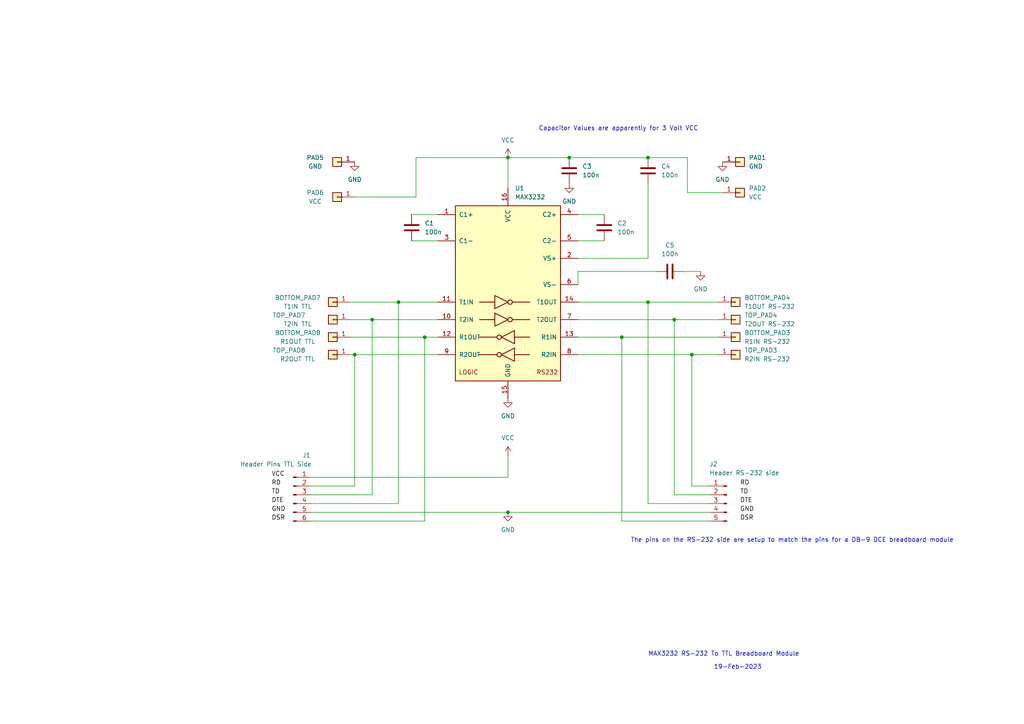
<source format=kicad_sch>
(kicad_sch (version 20211123) (generator eeschema)
  (paper "A4")
  (lib_symbols
    (symbol "Connector:Conn_01x05_Male" (pin_names (offset 1.016) hide)
      (property "Reference" "J" (at 0 7.62 0))
      (property "Value" "Conn_01x05_Male" (at 0 -7.62 0))
      (symbol "Conn_01x05_Male_1_1"
        (polyline (pts (xy 1.27 -5.08) (xy 0.8636 -5.08)) (stroke (width 0.1524)))
        (polyline (pts (xy 1.27 -2.54) (xy 0.8636 -2.54)) (stroke (width 0.1524)))
        (polyline (pts (xy 1.27 0) (xy 0.8636 0)) (stroke (width 0.1524)))
        (polyline (pts (xy 1.27 2.54) (xy 0.8636 2.54)) (stroke (width 0.1524)))
        (polyline (pts (xy 1.27 5.08) (xy 0.8636 5.08)) (stroke (width 0.1524)))
        (rectangle (start 0.8636 -4.953) (end 0 -5.207) (stroke (width 0.1524)) (fill (type outline)))
        (rectangle (start 0.8636 -2.413) (end 0 -2.667) (stroke (width 0.1524)) (fill (type outline)))
        (rectangle (start 0.8636 0.127) (end 0 -0.127) (stroke (width 0.1524)) (fill (type outline)))
        (rectangle (start 0.8636 2.667) (end 0 2.413) (stroke (width 0.1524)) (fill (type outline)))
        (rectangle (start 0.8636 5.207) (end 0 4.953) (stroke (width 0.1524)) (fill (type outline)))
        (pin passive line (at 5.08 5.08 180) (length 3.81) (name "Pin_1") (number "1"))
        (pin passive line (at 5.08 2.54 180) (length 3.81) (name "Pin_2") (number "2"))
        (pin passive line (at 5.08 0 180) (length 3.81) (name "Pin_3") (number "3"))
        (pin passive line (at 5.08 -2.54 180) (length 3.81) (name "Pin_4") (number "4"))
        (pin passive line (at 5.08 -5.08 180) (length 3.81) (name "Pin_5") (number "5"))
      )
    )
    (symbol "Connector:Conn_01x06_Male" (pin_names (offset 1.016) hide)
      (property "Reference" "J" (at 0 7.62 0))
      (property "Value" "Conn_01x06_Male" (at 0 -10.16 0))
      (symbol "Conn_01x06_Male_1_1"
        (polyline (pts (xy 1.27 -7.62) (xy 0.8636 -7.62)) (stroke (width 0.1524)))
        (polyline (pts (xy 1.27 -5.08) (xy 0.8636 -5.08)) (stroke (width 0.1524)))
        (polyline (pts (xy 1.27 -2.54) (xy 0.8636 -2.54)) (stroke (width 0.1524)))
        (polyline (pts (xy 1.27 0) (xy 0.8636 0)) (stroke (width 0.1524)))
        (polyline (pts (xy 1.27 2.54) (xy 0.8636 2.54)) (stroke (width 0.1524)))
        (polyline (pts (xy 1.27 5.08) (xy 0.8636 5.08)) (stroke (width 0.1524)))
        (rectangle (start 0.8636 -7.493) (end 0 -7.747) (stroke (width 0.1524)) (fill (type outline)))
        (rectangle (start 0.8636 -4.953) (end 0 -5.207) (stroke (width 0.1524)) (fill (type outline)))
        (rectangle (start 0.8636 -2.413) (end 0 -2.667) (stroke (width 0.1524)) (fill (type outline)))
        (rectangle (start 0.8636 0.127) (end 0 -0.127) (stroke (width 0.1524)) (fill (type outline)))
        (rectangle (start 0.8636 2.667) (end 0 2.413) (stroke (width 0.1524)) (fill (type outline)))
        (rectangle (start 0.8636 5.207) (end 0 4.953) (stroke (width 0.1524)) (fill (type outline)))
        (pin passive line (at 5.08 5.08 180) (length 3.81) (name "Pin_1") (number "1"))
        (pin passive line (at 5.08 2.54 180) (length 3.81) (name "Pin_2") (number "2"))
        (pin passive line (at 5.08 0 180) (length 3.81) (name "Pin_3") (number "3"))
        (pin passive line (at 5.08 -2.54 180) (length 3.81) (name "Pin_4") (number "4"))
        (pin passive line (at 5.08 -5.08 180) (length 3.81) (name "Pin_5") (number "5"))
        (pin passive line (at 5.08 -7.62 180) (length 3.81) (name "Pin_6") (number "6"))
      )
    )
    (symbol "Connector_Generic:Conn_01x01" (pin_names (offset 1.016) hide)
      (property "Reference" "J" (at 0 2.54 0))
      (property "Value" "Conn_01x01" (at 0 -2.54 0))
      (symbol "Conn_01x01_1_1"
        (rectangle (start -1.27 0.127) (end 0 -0.127) (stroke (width 0.1524)))
        (rectangle (start -1.27 1.27) (end 1.27 -1.27) (stroke (width 0.254)) (fill (type background)))
        (pin passive line (at -5.08 0 0) (length 3.81) (name "Pin_1") (number "1"))
      )
    )
    (symbol "Device:C" (pin_numbers hide) (pin_names (offset 0.254))
      (property "Reference" "C" (at 0.635 2.54 0))
      (property "Value" "C" (at 0.635 -2.54 0))
      (symbol "C_0_1"
        (polyline (pts (xy -2.032 -0.762) (xy 2.032 -0.762)) (stroke (width 0.508)))
        (polyline (pts (xy -2.032 0.762) (xy 2.032 0.762)) (stroke (width 0.508)))
      )
      (symbol "C_1_1"
        (pin passive line (at 0 3.81 270) (length 2.794) (name "~") (number "1"))
        (pin passive line (at 0 -3.81 90) (length 2.794) (name "~") (number "2"))
      )
    )
    (symbol "Interface_UART:MAX3232" (pin_names (offset 1.016))
      (property "Reference" "U" (at -2.54 28.575 0))
      (property "Value" "MAX3232" (at -2.54 26.67 0))
      (symbol "MAX3232_0_0"
        (text "LOGIC" (at -11.43 -22.86 0) (effects (font (size 1.27 1.27))))
        (text "RS232" (at 11.43 -22.86 0) (effects (font (size 1.27 1.27))))
      )
      (symbol "MAX3232_0_1"
        (rectangle (start -15.24 -25.4) (end 15.24 25.4) (stroke (width 0.254)) (fill (type background)))
        (circle (center -2.54 -17.78) (radius 0.635) (stroke (width 0.254)))
        (circle (center -2.54 -12.7) (radius 0.635) (stroke (width 0.254)))
        (polyline (pts (xy -3.81 -7.62) (xy -8.255 -7.62)) (stroke (width 0.254)))
        (polyline (pts (xy -3.81 -2.54) (xy -8.255 -2.54)) (stroke (width 0.254)))
        (polyline (pts (xy -3.175 -17.78) (xy -8.255 -17.78)) (stroke (width 0.254)))
        (polyline (pts (xy -3.175 -12.7) (xy -8.255 -12.7)) (stroke (width 0.254)))
        (polyline (pts (xy 1.27 -7.62) (xy 6.35 -7.62)) (stroke (width 0.254)))
        (polyline (pts (xy 1.27 -2.54) (xy 6.35 -2.54)) (stroke (width 0.254)))
        (polyline (pts (xy 1.905 -17.78) (xy 6.35 -17.78)) (stroke (width 0.254)))
        (polyline (pts (xy 1.905 -12.7) (xy 6.35 -12.7)) (stroke (width 0.254)))
        (polyline (pts (xy -3.81 -5.715) (xy -3.81 -9.525) (xy 0 -7.62) (xy -3.81 -5.715)) (stroke (width 0.254)))
        (polyline (pts (xy -3.81 -0.635) (xy -3.81 -4.445) (xy 0 -2.54) (xy -3.81 -0.635)) (stroke (width 0.254)))
        (polyline (pts (xy 1.905 -15.875) (xy 1.905 -19.685) (xy -1.905 -17.78) (xy 1.905 -15.875)) (stroke (width 0.254)))
        (polyline (pts (xy 1.905 -10.795) (xy 1.905 -14.605) (xy -1.905 -12.7) (xy 1.905 -10.795)) (stroke (width 0.254)))
        (circle (center 0.635 -7.62) (radius 0.635) (stroke (width 0.254)))
        (circle (center 0.635 -2.54) (radius 0.635) (stroke (width 0.254)))
      )
      (symbol "MAX3232_1_1"
        (pin passive line (at -20.32 22.86 0) (length 5.08) (name "C1+") (number "1"))
        (pin input line (at -20.32 -7.62 0) (length 5.08) (name "T2IN") (number "10"))
        (pin input line (at -20.32 -2.54 0) (length 5.08) (name "T1IN") (number "11"))
        (pin output line (at -20.32 -12.7 0) (length 5.08) (name "R1OUT") (number "12"))
        (pin input line (at 20.32 -12.7 180) (length 5.08) (name "R1IN") (number "13"))
        (pin output line (at 20.32 -2.54 180) (length 5.08) (name "T1OUT") (number "14"))
        (pin power_in line (at 0 -30.48 90) (length 5.08) (name "GND") (number "15"))
        (pin power_in line (at 0 30.48 270) (length 5.08) (name "VCC") (number "16"))
        (pin power_out line (at 20.32 10.16 180) (length 5.08) (name "VS+") (number "2"))
        (pin passive line (at -20.32 15.24 0) (length 5.08) (name "C1-") (number "3"))
        (pin passive line (at 20.32 22.86 180) (length 5.08) (name "C2+") (number "4"))
        (pin passive line (at 20.32 15.24 180) (length 5.08) (name "C2-") (number "5"))
        (pin power_out line (at 20.32 2.54 180) (length 5.08) (name "VS-") (number "6"))
        (pin output line (at 20.32 -7.62 180) (length 5.08) (name "T2OUT") (number "7"))
        (pin input line (at 20.32 -17.78 180) (length 5.08) (name "R2IN") (number "8"))
        (pin output line (at -20.32 -17.78 0) (length 5.08) (name "R2OUT") (number "9"))
      )
    )
    (symbol "power:GND" (power) (pin_names (offset 0))
      (property "Value" "GND" (at 0 -3.81 0))
      (symbol "GND_0_1"
        (polyline (pts (xy 0 0) (xy 0 -1.27) (xy 1.27 -1.27) (xy 0 -2.54) (xy -1.27 -1.27) (xy 0 -1.27)))
      )
      (symbol "GND_1_1"
        (pin power_in line (at 0 0 270) (length 0) hide (name "GND") (number "1"))
      )
    )
    (symbol "power:VCC" (power) (pin_names (offset 0))
      (property "Value" "VCC" (at 0 3.81 0))
      (symbol "VCC_0_1"
        (polyline (pts (xy -0.762 1.27) (xy 0 2.54)))
        (polyline (pts (xy 0 0) (xy 0 2.54)))
        (polyline (pts (xy 0 2.54) (xy 0.762 1.27)))
      )
      (symbol "VCC_1_1"
        (pin power_in line (at 0 0 90) (length 0) hide (name "VCC") (number "1"))
      )
    )
  )
  (junction (at 165.1 45.72))
  (junction (at 195.58 92.71))
  (junction (at 180.34 97.79))
  (junction (at 187.96 45.72))
  (junction (at 115.57 87.63))
  (junction (at 147.32 148.59))
  (junction (at 102.87 102.87))
  (junction (at 187.96 87.63))
  (junction (at 107.95 92.71))
  (junction (at 123.19 97.79))
  (junction (at 147.32 45.72))
  (junction (at 200.66 102.87))
  (wire (pts (xy 147.32 148.59) (xy 205.74 148.59)))
  (wire (pts (xy 102.87 140.97) (xy 102.87 102.87)))
  (wire (pts (xy 147.32 45.72) (xy 165.1 45.72)))
  (wire (pts (xy 102.87 102.87) (xy 127 102.87)))
  (wire (pts (xy 195.58 143.51) (xy 195.58 92.71)))
  (wire (pts (xy 147.32 54.61) (xy 147.32 45.72)))
  (wire (pts (xy 167.64 87.63) (xy 187.96 87.63)))
  (wire (pts (xy 101.6 92.71) (xy 107.95 92.71)))
  (wire (pts (xy 90.17 138.43) (xy 147.32 138.43)))
  (wire (pts (xy 195.58 92.71) (xy 208.28 92.71)))
  (wire (pts (xy 167.64 82.55) (xy 167.64 78.74)))
  (wire (pts (xy 205.74 151.13) (xy 180.34 151.13)))
  (wire (pts (xy 180.34 97.79) (xy 208.28 97.79)))
  (wire (pts (xy 187.96 87.63) (xy 208.28 87.63)))
  (wire (pts (xy 115.57 146.05) (xy 115.57 87.63)))
  (wire (pts (xy 205.74 146.05) (xy 187.96 146.05)))
  (wire (pts (xy 107.95 92.71) (xy 127 92.71)))
  (wire (pts (xy 115.57 87.63) (xy 127 87.63)))
  (wire (pts (xy 199.39 55.88) (xy 199.39 45.72)))
  (wire (pts (xy 119.38 69.85) (xy 127 69.85)))
  (wire (pts (xy 167.64 97.79) (xy 180.34 97.79)))
  (wire (pts (xy 90.17 143.51) (xy 107.95 143.51)))
  (wire (pts (xy 199.39 45.72) (xy 187.96 45.72)))
  (wire (pts (xy 187.96 74.93) (xy 187.96 53.34)))
  (wire (pts (xy 101.6 97.79) (xy 123.19 97.79)))
  (wire (pts (xy 101.6 102.87) (xy 102.87 102.87)))
  (wire (pts (xy 167.64 74.93) (xy 187.96 74.93)))
  (wire (pts (xy 90.17 146.05) (xy 115.57 146.05)))
  (wire (pts (xy 167.64 92.71) (xy 195.58 92.71)))
  (wire (pts (xy 200.66 102.87) (xy 208.28 102.87)))
  (wire (pts (xy 120.65 45.72) (xy 147.32 45.72)))
  (wire (pts (xy 198.12 78.74) (xy 203.2 78.74)))
  (wire (pts (xy 200.66 140.97) (xy 200.66 102.87)))
  (wire (pts (xy 90.17 148.59) (xy 147.32 148.59)))
  (wire (pts (xy 107.95 143.51) (xy 107.95 92.71)))
  (wire (pts (xy 205.74 140.97) (xy 200.66 140.97)))
  (wire (pts (xy 209.55 55.88) (xy 199.39 55.88)))
  (wire (pts (xy 123.19 97.79) (xy 127 97.79)))
  (wire (pts (xy 101.6 87.63) (xy 115.57 87.63)))
  (wire (pts (xy 90.17 151.13) (xy 123.19 151.13)))
  (wire (pts (xy 123.19 151.13) (xy 123.19 97.79)))
  (wire (pts (xy 187.96 146.05) (xy 187.96 87.63)))
  (wire (pts (xy 167.64 78.74) (xy 190.5 78.74)))
  (wire (pts (xy 120.65 57.15) (xy 120.65 45.72)))
  (wire (pts (xy 205.74 143.51) (xy 195.58 143.51)))
  (wire (pts (xy 167.64 62.23) (xy 175.26 62.23)))
  (wire (pts (xy 167.64 69.85) (xy 175.26 69.85)))
  (wire (pts (xy 147.32 132.08) (xy 147.32 138.43)))
  (wire (pts (xy 90.17 140.97) (xy 102.87 140.97)))
  (wire (pts (xy 180.34 151.13) (xy 180.34 97.79)))
  (wire (pts (xy 119.38 62.23) (xy 127 62.23)))
  (wire (pts (xy 167.64 102.87) (xy 200.66 102.87)))
  (wire (pts (xy 102.87 57.15) (xy 120.65 57.15)))
  (wire (pts (xy 165.1 45.72) (xy 187.96 45.72)))
  (text "The pins on the RS-232 side are setup to match the pins for a DB-9 DCE breadboard module" (at 182.88 157.48 0) (effects (font (size 1.27 1.27)) (justify left bottom)))
  (text "MAX3232 RS-232 To TTL Breadboard Module" (at 187.96 190.5 0) (effects (font (size 1.27 1.27)) (justify left bottom)))
  (text "Capacitor Values are apparently for 3 Volt VCC" (at 156.21 38.1 0) (effects (font (size 1.27 1.27)) (justify left bottom)))
  (text "19-Feb-2023" (at 207.01 194.31 0) (effects (font (size 1.27 1.27)) (justify left bottom)))
  (label "TD" (at 214.63 143.51 0))
  (label "TD" (at 78.74 143.51 0))
  (label "GND" (at 214.63 148.59 0))
  (label "GND" (at 78.74 148.59 0))
  (label "RD" (at 214.63 140.97 0))
  (label "DSR" (at 214.63 151.13 0))
  (label "RD" (at 78.74 140.97 0))
  (label "DTE" (at 214.63 146.05 0))
  (label "DTE" (at 78.74 146.05 0))
  (label "VCC" (at 78.74 138.43 0))
  (label "DSR" (at 78.74 151.13 0))
  (symbol (lib_id "Connector_Generic:Conn_01x01") (at 213.36 87.63 0) (unit 1)
    (property "Reference" "BOTTOM_PAD4" (at 215.9 86.3599 0) (effects (justify left)))
    (property "Value" "T1OUT RS-232" (at 215.9 88.8999 0) (effects (justify left)))
  )
  (symbol (lib_id "Connector_Generic:Conn_01x01") (at 96.52 92.71 0) (mirror y) (unit 1)
    (property "Reference" "TOP_PAD7" (at 83.82 91.44 0))
    (property "Value" "T2IN TTL" (at 86.36 93.98 0))
  )
  (symbol (lib_id "Connector_Generic:Conn_01x01") (at 214.63 55.88 0) (unit 1)
    (property "Reference" "PAD2" (at 217.17 54.6099 0) (effects (justify left)))
    (property "Value" "VCC" (at 217.17 57.1499 0) (effects (justify left)))
  )
  (symbol (lib_id "Device:C") (at 194.31 78.74 270) (unit 1)
    (property "Reference" "C5" (at 194.31 71.12 90))
    (property "Value" "100n" (at 194.31 73.66 90))
  )
  (symbol (lib_id "power:GND") (at 209.55 46.99 0) (unit 1)
    (property "Reference" "#PWR0104" (effects hide))
    (property "Value" "GND" (at 209.55 52.07 0))
  )
  (symbol (lib_id "Connector_Generic:Conn_01x01") (at 97.79 46.99 0) (mirror y) (unit 1)
    (property "Reference" "PAD5" (at 91.44 45.72 0))
    (property "Value" "GND" (at 91.44 48.26 0))
  )
  (symbol (lib_id "power:VCC") (at 147.32 45.72 0) (unit 1)
    (property "Reference" "#PWR0105" (effects hide))
    (property "Value" "VCC" (at 147.32 40.64 0))
  )
  (symbol (lib_id "Connector_Generic:Conn_01x01") (at 214.63 46.99 0) (unit 1)
    (property "Reference" "PAD1" (at 217.17 45.7199 0) (effects (justify left)))
    (property "Value" "GND" (at 217.17 48.2599 0) (effects (justify left)))
  )
  (symbol (lib_id "power:GND") (at 203.2 78.74 0) (unit 1)
    (property "Reference" "#PWR0103" (effects hide))
    (property "Value" "GND" (at 203.2 83.82 0))
  )
  (symbol (lib_id "Device:C") (at 119.38 66.04 0) (unit 1)
    (property "Reference" "C1" (at 123.19 64.7699 0) (effects (justify left)))
    (property "Value" "100n" (at 123.19 67.3099 0) (effects (justify left)))
  )
  (symbol (lib_id "Connector_Generic:Conn_01x01") (at 213.36 102.87 0) (unit 1)
    (property "Reference" "TOP_PAD3" (at 215.9 101.5999 0) (effects (justify left)))
    (property "Value" "R2IN RS-232" (at 215.9 104.1399 0) (effects (justify left)))
  )
  (symbol (lib_id "Device:C") (at 175.26 66.04 0) (unit 1)
    (property "Reference" "C2" (at 179.07 64.7699 0) (effects (justify left)))
    (property "Value" "100n" (at 179.07 67.3099 0) (effects (justify left)))
  )
  (symbol (lib_id "power:GND") (at 165.1 53.34 0) (unit 1)
    (property "Reference" "#PWR0102" (effects hide))
    (property "Value" "GND" (at 165.1 58.42 0))
  )
  (symbol (lib_id "Connector_Generic:Conn_01x01") (at 97.79 57.15 0) (mirror y) (unit 1)
    (property "Reference" "PAD6" (at 91.44 55.88 0))
    (property "Value" "VCC" (at 91.44 58.42 0))
  )
  (symbol (lib_id "Connector_Generic:Conn_01x01") (at 213.36 92.71 0) (unit 1)
    (property "Reference" "TOP_PAD4" (at 215.9 91.4399 0) (effects (justify left)))
    (property "Value" "T2OUT RS-232" (at 215.9 93.9799 0) (effects (justify left)))
  )
  (symbol (lib_id "Interface_UART:MAX3232") (at 147.32 85.09 0) (unit 1)
    (property "Reference" "U1" (at 149.3394 54.61 0) (effects (justify left)))
    (property "Value" "MAX3232" (at 149.3394 57.15 0) (effects (justify left)))
    (property "Datasheet" "https://datasheets.maximintegrated.com/en/ds/MAX3222-MAX3241.pdf" (effects hide))
  )
  (symbol (lib_id "Connector:Conn_01x05_Male") (at 210.82 146.05 0) (mirror y) (unit 1)
    (property "Reference" "J2" (at 205.74 134.62 0) (effects (justify right)))
    (property "Value" "Header RS-232 side" (at 205.74 137.16 0) (effects (justify right)))
  )
  (symbol (lib_id "Connector_Generic:Conn_01x01") (at 96.52 102.87 0) (mirror y) (unit 1)
    (property "Reference" "TOP_PAD8" (at 83.82 101.6 0))
    (property "Value" "R2OUT TTL" (at 86.36 104.14 0))
  )
  (symbol (lib_id "Connector_Generic:Conn_01x01") (at 213.36 97.79 0) (unit 1)
    (property "Reference" "BOTTOM_PAD3" (at 215.9 96.5199 0) (effects (justify left)))
    (property "Value" "R1IN RS-232" (at 215.9 99.0599 0) (effects (justify left)))
  )
  (symbol (lib_id "power:GND") (at 147.32 115.57 0) (unit 1)
    (property "Reference" "#PWR0101" (effects hide))
    (property "Value" "GND" (at 147.32 120.65 0))
  )
  (symbol (lib_id "power:GND") (at 102.87 46.99 0) (unit 1)
    (property "Reference" "#PWR0106" (effects hide))
    (property "Value" "GND" (at 102.87 52.07 0))
  )
  (symbol (lib_id "power:VCC") (at 147.32 132.08 0) (unit 1)
    (property "Reference" "#PWR?" (effects hide))
    (property "Value" "VCC" (at 147.32 127 0))
  )
  (symbol (lib_id "Connector_Generic:Conn_01x01") (at 96.52 97.79 0) (mirror y) (unit 1)
    (property "Reference" "BOTTOM_PAD8" (at 86.36 96.52 0))
    (property "Value" "R1OUT TTL" (at 86.36 99.06 0))
  )
  (symbol (lib_id "Device:C") (at 165.1 49.53 0) (unit 1)
    (property "Reference" "C3" (at 168.91 48.2599 0) (effects (justify left)))
    (property "Value" "100n" (at 168.91 50.7999 0) (effects (justify left)))
  )
  (symbol (lib_id "Device:C") (at 187.96 49.53 0) (unit 1)
    (property "Reference" "C4" (at 191.77 48.2599 0) (effects (justify left)))
    (property "Value" "100n" (at 191.77 50.7999 0) (effects (justify left)))
  )
  (symbol (lib_id "Connector_Generic:Conn_01x01") (at 96.52 87.63 0) (mirror y) (unit 1)
    (property "Reference" "BOTTOM_PAD7" (at 86.36 86.36 0))
    (property "Value" "T1IN TTL" (at 86.36 88.9 0))
  )
  (symbol (lib_id "power:GND") (at 147.32 148.59 0) (unit 1)
    (property "Reference" "#PWR?" (effects hide))
    (property "Value" "GND" (at 147.32 153.67 0))
  )
  (symbol (lib_id "Connector:Conn_01x06_Male") (at 85.09 143.51 0) (unit 1)
    (property "Reference" "J1" (at 88.9 132.08 0))
    (property "Value" "Header Pins TTL Side" (at 80.01 134.62 0))
  )
)
</source>
